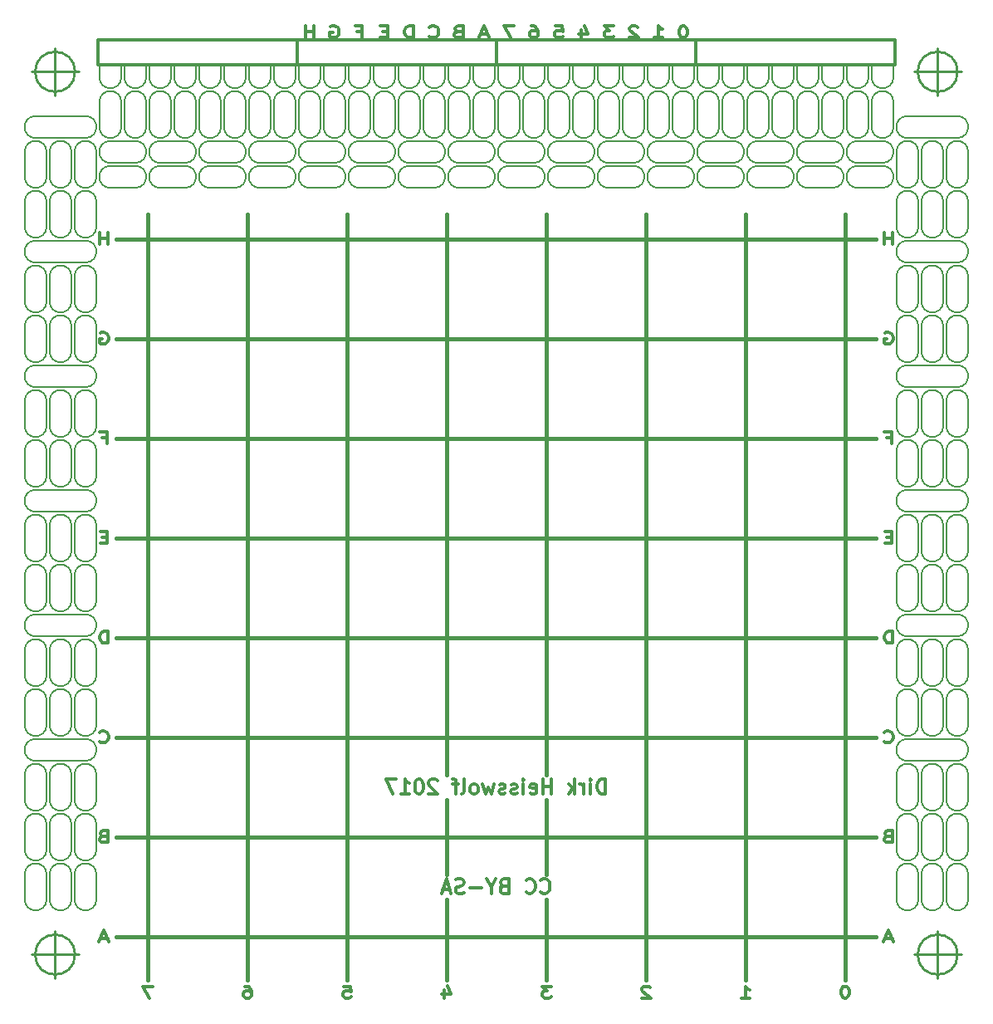
<source format=gbo>
G04 #@! TF.FileFunction,Legend,Bot*
%FSLAX46Y46*%
G04 Gerber Fmt 4.6, Leading zero omitted, Abs format (unit mm)*
G04 Created by KiCad (PCBNEW 4.0.5) date 12/15/17 13:53:40*
%MOMM*%
%LPD*%
G01*
G04 APERTURE LIST*
%ADD10C,0.150000*%
%ADD11C,0.400000*%
%ADD12C,0.300000*%
%ADD13C,0.254000*%
%ADD14C,0.304800*%
%ADD15C,0.200000*%
G04 APERTURE END LIST*
D10*
D11*
X110080000Y-114520000D02*
X110080000Y-171670000D01*
X99920000Y-171670000D02*
X99920000Y-114520000D01*
X110080000Y-181830000D02*
X110080000Y-174210000D01*
X99920000Y-181830000D02*
X99920000Y-174210000D01*
X110080000Y-192625000D02*
X110080000Y-184370000D01*
X99920000Y-192625000D02*
X99920000Y-184370000D01*
D12*
X109535713Y-183635714D02*
X109607142Y-183707143D01*
X109821428Y-183778571D01*
X109964285Y-183778571D01*
X110178570Y-183707143D01*
X110321428Y-183564286D01*
X110392856Y-183421429D01*
X110464285Y-183135714D01*
X110464285Y-182921429D01*
X110392856Y-182635714D01*
X110321428Y-182492857D01*
X110178570Y-182350000D01*
X109964285Y-182278571D01*
X109821428Y-182278571D01*
X109607142Y-182350000D01*
X109535713Y-182421429D01*
X108035713Y-183635714D02*
X108107142Y-183707143D01*
X108321428Y-183778571D01*
X108464285Y-183778571D01*
X108678570Y-183707143D01*
X108821428Y-183564286D01*
X108892856Y-183421429D01*
X108964285Y-183135714D01*
X108964285Y-182921429D01*
X108892856Y-182635714D01*
X108821428Y-182492857D01*
X108678570Y-182350000D01*
X108464285Y-182278571D01*
X108321428Y-182278571D01*
X108107142Y-182350000D01*
X108035713Y-182421429D01*
X105749999Y-182992857D02*
X105535713Y-183064286D01*
X105464285Y-183135714D01*
X105392856Y-183278571D01*
X105392856Y-183492857D01*
X105464285Y-183635714D01*
X105535713Y-183707143D01*
X105678571Y-183778571D01*
X106249999Y-183778571D01*
X106249999Y-182278571D01*
X105749999Y-182278571D01*
X105607142Y-182350000D01*
X105535713Y-182421429D01*
X105464285Y-182564286D01*
X105464285Y-182707143D01*
X105535713Y-182850000D01*
X105607142Y-182921429D01*
X105749999Y-182992857D01*
X106249999Y-182992857D01*
X104464285Y-183064286D02*
X104464285Y-183778571D01*
X104964285Y-182278571D02*
X104464285Y-183064286D01*
X103964285Y-182278571D01*
X103464285Y-183207143D02*
X102321428Y-183207143D01*
X101678571Y-183707143D02*
X101464285Y-183778571D01*
X101107142Y-183778571D01*
X100964285Y-183707143D01*
X100892856Y-183635714D01*
X100821428Y-183492857D01*
X100821428Y-183350000D01*
X100892856Y-183207143D01*
X100964285Y-183135714D01*
X101107142Y-183064286D01*
X101392856Y-182992857D01*
X101535714Y-182921429D01*
X101607142Y-182850000D01*
X101678571Y-182707143D01*
X101678571Y-182564286D01*
X101607142Y-182421429D01*
X101535714Y-182350000D01*
X101392856Y-182278571D01*
X101035714Y-182278571D01*
X100821428Y-182350000D01*
X100250000Y-183350000D02*
X99535714Y-183350000D01*
X100392857Y-183778571D02*
X99892857Y-182278571D01*
X99392857Y-183778571D01*
X116107142Y-173618571D02*
X116107142Y-172118571D01*
X115749999Y-172118571D01*
X115535714Y-172190000D01*
X115392856Y-172332857D01*
X115321428Y-172475714D01*
X115249999Y-172761429D01*
X115249999Y-172975714D01*
X115321428Y-173261429D01*
X115392856Y-173404286D01*
X115535714Y-173547143D01*
X115749999Y-173618571D01*
X116107142Y-173618571D01*
X114607142Y-173618571D02*
X114607142Y-172618571D01*
X114607142Y-172118571D02*
X114678571Y-172190000D01*
X114607142Y-172261429D01*
X114535714Y-172190000D01*
X114607142Y-172118571D01*
X114607142Y-172261429D01*
X113892856Y-173618571D02*
X113892856Y-172618571D01*
X113892856Y-172904286D02*
X113821428Y-172761429D01*
X113749999Y-172690000D01*
X113607142Y-172618571D01*
X113464285Y-172618571D01*
X112964285Y-173618571D02*
X112964285Y-172118571D01*
X112821428Y-173047143D02*
X112392857Y-173618571D01*
X112392857Y-172618571D02*
X112964285Y-173190000D01*
X110607142Y-173618571D02*
X110607142Y-172118571D01*
X110607142Y-172832857D02*
X109749999Y-172832857D01*
X109749999Y-173618571D02*
X109749999Y-172118571D01*
X108464285Y-173547143D02*
X108607142Y-173618571D01*
X108892856Y-173618571D01*
X109035713Y-173547143D01*
X109107142Y-173404286D01*
X109107142Y-172832857D01*
X109035713Y-172690000D01*
X108892856Y-172618571D01*
X108607142Y-172618571D01*
X108464285Y-172690000D01*
X108392856Y-172832857D01*
X108392856Y-172975714D01*
X109107142Y-173118571D01*
X107749999Y-173618571D02*
X107749999Y-172618571D01*
X107749999Y-172118571D02*
X107821428Y-172190000D01*
X107749999Y-172261429D01*
X107678571Y-172190000D01*
X107749999Y-172118571D01*
X107749999Y-172261429D01*
X107107142Y-173547143D02*
X106964285Y-173618571D01*
X106678570Y-173618571D01*
X106535713Y-173547143D01*
X106464285Y-173404286D01*
X106464285Y-173332857D01*
X106535713Y-173190000D01*
X106678570Y-173118571D01*
X106892856Y-173118571D01*
X107035713Y-173047143D01*
X107107142Y-172904286D01*
X107107142Y-172832857D01*
X107035713Y-172690000D01*
X106892856Y-172618571D01*
X106678570Y-172618571D01*
X106535713Y-172690000D01*
X105892856Y-173547143D02*
X105749999Y-173618571D01*
X105464284Y-173618571D01*
X105321427Y-173547143D01*
X105249999Y-173404286D01*
X105249999Y-173332857D01*
X105321427Y-173190000D01*
X105464284Y-173118571D01*
X105678570Y-173118571D01*
X105821427Y-173047143D01*
X105892856Y-172904286D01*
X105892856Y-172832857D01*
X105821427Y-172690000D01*
X105678570Y-172618571D01*
X105464284Y-172618571D01*
X105321427Y-172690000D01*
X104749998Y-172618571D02*
X104464284Y-173618571D01*
X104178570Y-172904286D01*
X103892855Y-173618571D01*
X103607141Y-172618571D01*
X102821426Y-173618571D02*
X102964284Y-173547143D01*
X103035712Y-173475714D01*
X103107141Y-173332857D01*
X103107141Y-172904286D01*
X103035712Y-172761429D01*
X102964284Y-172690000D01*
X102821426Y-172618571D01*
X102607141Y-172618571D01*
X102464284Y-172690000D01*
X102392855Y-172761429D01*
X102321426Y-172904286D01*
X102321426Y-173332857D01*
X102392855Y-173475714D01*
X102464284Y-173547143D01*
X102607141Y-173618571D01*
X102821426Y-173618571D01*
X101464283Y-173618571D02*
X101607141Y-173547143D01*
X101678569Y-173404286D01*
X101678569Y-172118571D01*
X101107141Y-172618571D02*
X100535712Y-172618571D01*
X100892855Y-173618571D02*
X100892855Y-172332857D01*
X100821427Y-172190000D01*
X100678569Y-172118571D01*
X100535712Y-172118571D01*
X98964284Y-172261429D02*
X98892855Y-172190000D01*
X98749998Y-172118571D01*
X98392855Y-172118571D01*
X98249998Y-172190000D01*
X98178569Y-172261429D01*
X98107141Y-172404286D01*
X98107141Y-172547143D01*
X98178569Y-172761429D01*
X99035712Y-173618571D01*
X98107141Y-173618571D01*
X97178570Y-172118571D02*
X97035713Y-172118571D01*
X96892856Y-172190000D01*
X96821427Y-172261429D01*
X96749998Y-172404286D01*
X96678570Y-172690000D01*
X96678570Y-173047143D01*
X96749998Y-173332857D01*
X96821427Y-173475714D01*
X96892856Y-173547143D01*
X97035713Y-173618571D01*
X97178570Y-173618571D01*
X97321427Y-173547143D01*
X97392856Y-173475714D01*
X97464284Y-173332857D01*
X97535713Y-173047143D01*
X97535713Y-172690000D01*
X97464284Y-172404286D01*
X97392856Y-172261429D01*
X97321427Y-172190000D01*
X97178570Y-172118571D01*
X95249999Y-173618571D02*
X96107142Y-173618571D01*
X95678570Y-173618571D02*
X95678570Y-172118571D01*
X95821427Y-172332857D01*
X95964285Y-172475714D01*
X96107142Y-172547143D01*
X94749999Y-172118571D02*
X93749999Y-172118571D01*
X94392856Y-173618571D01*
D11*
X66265000Y-117060000D02*
X143735000Y-117060000D01*
X66265000Y-127220000D02*
X143735000Y-127220000D01*
X66265000Y-137380000D02*
X143735000Y-137380000D01*
X66265000Y-147540000D02*
X143735000Y-147540000D01*
X66265000Y-157700000D02*
X143735000Y-157700000D01*
X66265000Y-167860000D02*
X143735000Y-167860000D01*
X66265000Y-178020000D02*
X143735000Y-178020000D01*
X66265000Y-188180000D02*
X143735000Y-188180000D01*
D12*
X145362143Y-188380000D02*
X144647857Y-188380000D01*
X145505000Y-188722857D02*
X145005000Y-187522857D01*
X144505000Y-188722857D01*
X144897857Y-177934286D02*
X144683571Y-177991429D01*
X144612143Y-178048571D01*
X144540714Y-178162857D01*
X144540714Y-178334286D01*
X144612143Y-178448571D01*
X144683571Y-178505714D01*
X144826429Y-178562857D01*
X145397857Y-178562857D01*
X145397857Y-177362857D01*
X144897857Y-177362857D01*
X144755000Y-177420000D01*
X144683571Y-177477143D01*
X144612143Y-177591429D01*
X144612143Y-177705714D01*
X144683571Y-177820000D01*
X144755000Y-177877143D01*
X144897857Y-177934286D01*
X145397857Y-177934286D01*
X144540714Y-168288571D02*
X144612143Y-168345714D01*
X144826429Y-168402857D01*
X144969286Y-168402857D01*
X145183571Y-168345714D01*
X145326429Y-168231429D01*
X145397857Y-168117143D01*
X145469286Y-167888571D01*
X145469286Y-167717143D01*
X145397857Y-167488571D01*
X145326429Y-167374286D01*
X145183571Y-167260000D01*
X144969286Y-167202857D01*
X144826429Y-167202857D01*
X144612143Y-167260000D01*
X144540714Y-167317143D01*
X145397857Y-158242857D02*
X145397857Y-157042857D01*
X145040714Y-157042857D01*
X144826429Y-157100000D01*
X144683571Y-157214286D01*
X144612143Y-157328571D01*
X144540714Y-157557143D01*
X144540714Y-157728571D01*
X144612143Y-157957143D01*
X144683571Y-158071429D01*
X144826429Y-158185714D01*
X145040714Y-158242857D01*
X145397857Y-158242857D01*
X145326428Y-147454286D02*
X144826428Y-147454286D01*
X144612142Y-148082857D02*
X145326428Y-148082857D01*
X145326428Y-146882857D01*
X144612142Y-146882857D01*
X144790714Y-137294286D02*
X145290714Y-137294286D01*
X145290714Y-137922857D02*
X145290714Y-136722857D01*
X144576428Y-136722857D01*
X144612143Y-126620000D02*
X144755000Y-126562857D01*
X144969286Y-126562857D01*
X145183571Y-126620000D01*
X145326429Y-126734286D01*
X145397857Y-126848571D01*
X145469286Y-127077143D01*
X145469286Y-127248571D01*
X145397857Y-127477143D01*
X145326429Y-127591429D01*
X145183571Y-127705714D01*
X144969286Y-127762857D01*
X144826429Y-127762857D01*
X144612143Y-127705714D01*
X144540714Y-127648571D01*
X144540714Y-127248571D01*
X144826429Y-127248571D01*
X145433571Y-117602857D02*
X145433571Y-116402857D01*
X145433571Y-116974286D02*
X144576428Y-116974286D01*
X144576428Y-117602857D02*
X144576428Y-116402857D01*
D11*
X130400000Y-114520000D02*
X130400000Y-192625000D01*
X120240000Y-114520000D02*
X120240000Y-192625000D01*
X89760000Y-114520000D02*
X89760000Y-192625000D01*
X79600000Y-114520000D02*
X79600000Y-192625000D01*
X69440000Y-114520000D02*
X69440000Y-192625000D01*
X140560000Y-114520000D02*
X140560000Y-192625000D01*
D12*
X140631428Y-193237857D02*
X140488571Y-193237857D01*
X140345714Y-193295000D01*
X140274285Y-193352143D01*
X140202856Y-193466429D01*
X140131428Y-193695000D01*
X140131428Y-193980714D01*
X140202856Y-194209286D01*
X140274285Y-194323571D01*
X140345714Y-194380714D01*
X140488571Y-194437857D01*
X140631428Y-194437857D01*
X140774285Y-194380714D01*
X140845714Y-194323571D01*
X140917142Y-194209286D01*
X140988571Y-193980714D01*
X140988571Y-193695000D01*
X140917142Y-193466429D01*
X140845714Y-193352143D01*
X140774285Y-193295000D01*
X140631428Y-193237857D01*
X129971428Y-194437857D02*
X130828571Y-194437857D01*
X130399999Y-194437857D02*
X130399999Y-193237857D01*
X130542856Y-193409286D01*
X130685714Y-193523571D01*
X130828571Y-193580714D01*
X120668571Y-193352143D02*
X120597142Y-193295000D01*
X120454285Y-193237857D01*
X120097142Y-193237857D01*
X119954285Y-193295000D01*
X119882856Y-193352143D01*
X119811428Y-193466429D01*
X119811428Y-193580714D01*
X119882856Y-193752143D01*
X120739999Y-194437857D01*
X119811428Y-194437857D01*
X110579999Y-193237857D02*
X109651428Y-193237857D01*
X110151428Y-193695000D01*
X109937142Y-193695000D01*
X109794285Y-193752143D01*
X109722856Y-193809286D01*
X109651428Y-193923571D01*
X109651428Y-194209286D01*
X109722856Y-194323571D01*
X109794285Y-194380714D01*
X109937142Y-194437857D01*
X110365714Y-194437857D01*
X110508571Y-194380714D01*
X110579999Y-194323571D01*
X99634285Y-193637857D02*
X99634285Y-194437857D01*
X99991428Y-193180714D02*
X100348571Y-194037857D01*
X99419999Y-194037857D01*
X89402856Y-193237857D02*
X90117142Y-193237857D01*
X90188571Y-193809286D01*
X90117142Y-193752143D01*
X89974285Y-193695000D01*
X89617142Y-193695000D01*
X89474285Y-193752143D01*
X89402856Y-193809286D01*
X89331428Y-193923571D01*
X89331428Y-194209286D01*
X89402856Y-194323571D01*
X89474285Y-194380714D01*
X89617142Y-194437857D01*
X89974285Y-194437857D01*
X90117142Y-194380714D01*
X90188571Y-194323571D01*
X79314285Y-193237857D02*
X79599999Y-193237857D01*
X79742856Y-193295000D01*
X79814285Y-193352143D01*
X79957142Y-193523571D01*
X80028571Y-193752143D01*
X80028571Y-194209286D01*
X79957142Y-194323571D01*
X79885714Y-194380714D01*
X79742856Y-194437857D01*
X79457142Y-194437857D01*
X79314285Y-194380714D01*
X79242856Y-194323571D01*
X79171428Y-194209286D01*
X79171428Y-193923571D01*
X79242856Y-193809286D01*
X79314285Y-193752143D01*
X79457142Y-193695000D01*
X79742856Y-193695000D01*
X79885714Y-193752143D01*
X79957142Y-193809286D01*
X80028571Y-193923571D01*
X69939999Y-193237857D02*
X68939999Y-193237857D01*
X69582856Y-194437857D01*
X65423571Y-117602857D02*
X65423571Y-116402857D01*
X65423571Y-116974286D02*
X64566428Y-116974286D01*
X64566428Y-117602857D02*
X64566428Y-116402857D01*
X64602143Y-126620000D02*
X64745000Y-126562857D01*
X64959286Y-126562857D01*
X65173571Y-126620000D01*
X65316429Y-126734286D01*
X65387857Y-126848571D01*
X65459286Y-127077143D01*
X65459286Y-127248571D01*
X65387857Y-127477143D01*
X65316429Y-127591429D01*
X65173571Y-127705714D01*
X64959286Y-127762857D01*
X64816429Y-127762857D01*
X64602143Y-127705714D01*
X64530714Y-127648571D01*
X64530714Y-127248571D01*
X64816429Y-127248571D01*
X64780714Y-137294286D02*
X65280714Y-137294286D01*
X65280714Y-137922857D02*
X65280714Y-136722857D01*
X64566428Y-136722857D01*
X65316428Y-147454286D02*
X64816428Y-147454286D01*
X64602142Y-148082857D02*
X65316428Y-148082857D01*
X65316428Y-146882857D01*
X64602142Y-146882857D01*
X65387857Y-158242857D02*
X65387857Y-157042857D01*
X65030714Y-157042857D01*
X64816429Y-157100000D01*
X64673571Y-157214286D01*
X64602143Y-157328571D01*
X64530714Y-157557143D01*
X64530714Y-157728571D01*
X64602143Y-157957143D01*
X64673571Y-158071429D01*
X64816429Y-158185714D01*
X65030714Y-158242857D01*
X65387857Y-158242857D01*
X64530714Y-168288571D02*
X64602143Y-168345714D01*
X64816429Y-168402857D01*
X64959286Y-168402857D01*
X65173571Y-168345714D01*
X65316429Y-168231429D01*
X65387857Y-168117143D01*
X65459286Y-167888571D01*
X65459286Y-167717143D01*
X65387857Y-167488571D01*
X65316429Y-167374286D01*
X65173571Y-167260000D01*
X64959286Y-167202857D01*
X64816429Y-167202857D01*
X64602143Y-167260000D01*
X64530714Y-167317143D01*
X64887857Y-177934286D02*
X64673571Y-177991429D01*
X64602143Y-178048571D01*
X64530714Y-178162857D01*
X64530714Y-178334286D01*
X64602143Y-178448571D01*
X64673571Y-178505714D01*
X64816429Y-178562857D01*
X65387857Y-178562857D01*
X65387857Y-177362857D01*
X64887857Y-177362857D01*
X64745000Y-177420000D01*
X64673571Y-177477143D01*
X64602143Y-177591429D01*
X64602143Y-177705714D01*
X64673571Y-177820000D01*
X64745000Y-177877143D01*
X64887857Y-177934286D01*
X65387857Y-177934286D01*
X65352143Y-188380000D02*
X64637857Y-188380000D01*
X65495000Y-188722857D02*
X64995000Y-187522857D01*
X64495000Y-188722857D01*
X104087143Y-96178000D02*
X103372857Y-96178000D01*
X104230000Y-96520857D02*
X103730000Y-95320857D01*
X103230000Y-96520857D01*
X101082857Y-95892286D02*
X100868571Y-95949429D01*
X100797143Y-96006571D01*
X100725714Y-96120857D01*
X100725714Y-96292286D01*
X100797143Y-96406571D01*
X100868571Y-96463714D01*
X101011429Y-96520857D01*
X101582857Y-96520857D01*
X101582857Y-95320857D01*
X101082857Y-95320857D01*
X100940000Y-95378000D01*
X100868571Y-95435143D01*
X100797143Y-95549429D01*
X100797143Y-95663714D01*
X100868571Y-95778000D01*
X100940000Y-95835143D01*
X101082857Y-95892286D01*
X101582857Y-95892286D01*
X98185714Y-96406571D02*
X98257143Y-96463714D01*
X98471429Y-96520857D01*
X98614286Y-96520857D01*
X98828571Y-96463714D01*
X98971429Y-96349429D01*
X99042857Y-96235143D01*
X99114286Y-96006571D01*
X99114286Y-95835143D01*
X99042857Y-95606571D01*
X98971429Y-95492286D01*
X98828571Y-95378000D01*
X98614286Y-95320857D01*
X98471429Y-95320857D01*
X98257143Y-95378000D01*
X98185714Y-95435143D01*
X96502857Y-96520857D02*
X96502857Y-95320857D01*
X96145714Y-95320857D01*
X95931429Y-95378000D01*
X95788571Y-95492286D01*
X95717143Y-95606571D01*
X95645714Y-95835143D01*
X95645714Y-96006571D01*
X95717143Y-96235143D01*
X95788571Y-96349429D01*
X95931429Y-96463714D01*
X96145714Y-96520857D01*
X96502857Y-96520857D01*
X93891428Y-95892286D02*
X93391428Y-95892286D01*
X93177142Y-96520857D02*
X93891428Y-96520857D01*
X93891428Y-95320857D01*
X93177142Y-95320857D01*
X90815714Y-95892286D02*
X91315714Y-95892286D01*
X91315714Y-96520857D02*
X91315714Y-95320857D01*
X90601428Y-95320857D01*
X88097143Y-95378000D02*
X88240000Y-95320857D01*
X88454286Y-95320857D01*
X88668571Y-95378000D01*
X88811429Y-95492286D01*
X88882857Y-95606571D01*
X88954286Y-95835143D01*
X88954286Y-96006571D01*
X88882857Y-96235143D01*
X88811429Y-96349429D01*
X88668571Y-96463714D01*
X88454286Y-96520857D01*
X88311429Y-96520857D01*
X88097143Y-96463714D01*
X88025714Y-96406571D01*
X88025714Y-96006571D01*
X88311429Y-96006571D01*
X86378571Y-96520857D02*
X86378571Y-95320857D01*
X86378571Y-95892286D02*
X85521428Y-95892286D01*
X85521428Y-96520857D02*
X85521428Y-95320857D01*
X106769999Y-95320857D02*
X105769999Y-95320857D01*
X106412856Y-96520857D01*
X108524285Y-95320857D02*
X108809999Y-95320857D01*
X108952856Y-95378000D01*
X109024285Y-95435143D01*
X109167142Y-95606571D01*
X109238571Y-95835143D01*
X109238571Y-96292286D01*
X109167142Y-96406571D01*
X109095714Y-96463714D01*
X108952856Y-96520857D01*
X108667142Y-96520857D01*
X108524285Y-96463714D01*
X108452856Y-96406571D01*
X108381428Y-96292286D01*
X108381428Y-96006571D01*
X108452856Y-95892286D01*
X108524285Y-95835143D01*
X108667142Y-95778000D01*
X108952856Y-95778000D01*
X109095714Y-95835143D01*
X109167142Y-95892286D01*
X109238571Y-96006571D01*
X110992856Y-95320857D02*
X111707142Y-95320857D01*
X111778571Y-95892286D01*
X111707142Y-95835143D01*
X111564285Y-95778000D01*
X111207142Y-95778000D01*
X111064285Y-95835143D01*
X110992856Y-95892286D01*
X110921428Y-96006571D01*
X110921428Y-96292286D01*
X110992856Y-96406571D01*
X111064285Y-96463714D01*
X111207142Y-96520857D01*
X111564285Y-96520857D01*
X111707142Y-96463714D01*
X111778571Y-96406571D01*
X113604285Y-95720857D02*
X113604285Y-96520857D01*
X113961428Y-95263714D02*
X114318571Y-96120857D01*
X113389999Y-96120857D01*
X116929999Y-95320857D02*
X116001428Y-95320857D01*
X116501428Y-95778000D01*
X116287142Y-95778000D01*
X116144285Y-95835143D01*
X116072856Y-95892286D01*
X116001428Y-96006571D01*
X116001428Y-96292286D01*
X116072856Y-96406571D01*
X116144285Y-96463714D01*
X116287142Y-96520857D01*
X116715714Y-96520857D01*
X116858571Y-96463714D01*
X116929999Y-96406571D01*
X119398571Y-95435143D02*
X119327142Y-95378000D01*
X119184285Y-95320857D01*
X118827142Y-95320857D01*
X118684285Y-95378000D01*
X118612856Y-95435143D01*
X118541428Y-95549429D01*
X118541428Y-95663714D01*
X118612856Y-95835143D01*
X119469999Y-96520857D01*
X118541428Y-96520857D01*
X121081428Y-96520857D02*
X121938571Y-96520857D01*
X121509999Y-96520857D02*
X121509999Y-95320857D01*
X121652856Y-95492286D01*
X121795714Y-95606571D01*
X121938571Y-95663714D01*
X124121428Y-95320857D02*
X123978571Y-95320857D01*
X123835714Y-95378000D01*
X123764285Y-95435143D01*
X123692856Y-95549429D01*
X123621428Y-95778000D01*
X123621428Y-96063714D01*
X123692856Y-96292286D01*
X123764285Y-96406571D01*
X123835714Y-96463714D01*
X123978571Y-96520857D01*
X124121428Y-96520857D01*
X124264285Y-96463714D01*
X124335714Y-96406571D01*
X124407142Y-96292286D01*
X124478571Y-96063714D01*
X124478571Y-95778000D01*
X124407142Y-95549429D01*
X124335714Y-95435143D01*
X124264285Y-95378000D01*
X124121428Y-95320857D01*
D13*
X62032000Y-100000000D02*
G75*
G03X62032000Y-100000000I-2032000J0D01*
G01*
X60000000Y-97587000D02*
X60000000Y-102413000D01*
X57587000Y-100000000D02*
X62413000Y-100000000D01*
X152032000Y-100000000D02*
G75*
G03X152032000Y-100000000I-2032000J0D01*
G01*
X150000000Y-97587000D02*
X150000000Y-102413000D01*
X147587000Y-100000000D02*
X152413000Y-100000000D01*
X152032000Y-190000000D02*
G75*
G03X152032000Y-190000000I-2032000J0D01*
G01*
X150000000Y-187587000D02*
X150000000Y-192413000D01*
X147587000Y-190000000D02*
X152413000Y-190000000D01*
X62032000Y-190000000D02*
G75*
G03X62032000Y-190000000I-2032000J0D01*
G01*
X60000000Y-187587000D02*
X60000000Y-192413000D01*
X57587000Y-190000000D02*
X62413000Y-190000000D01*
D14*
X84680000Y-99280000D02*
X84680000Y-96740000D01*
X105000000Y-99280000D02*
X84680000Y-99280000D01*
X105000000Y-96740000D02*
X105000000Y-99280000D01*
X84680000Y-96740000D02*
X105000000Y-96740000D01*
X105000000Y-99280000D02*
X105000000Y-96740000D01*
X125320000Y-99280000D02*
X105000000Y-99280000D01*
X125320000Y-96740000D02*
X125320000Y-99280000D01*
X105000000Y-96740000D02*
X125320000Y-96740000D01*
X64360000Y-99280000D02*
X64360000Y-96740000D01*
X84680000Y-99280000D02*
X64360000Y-99280000D01*
X84680000Y-96740000D02*
X84680000Y-99280000D01*
X64360000Y-96740000D02*
X84680000Y-96740000D01*
X125320000Y-99280000D02*
X125320000Y-96740000D01*
X145640000Y-99280000D02*
X125320000Y-99280000D01*
X145640000Y-96740000D02*
X145640000Y-99280000D01*
X125320000Y-96740000D02*
X145640000Y-96740000D01*
D15*
X59130000Y-176750000D02*
G75*
G03X56890000Y-176750000I-1120000J0D01*
G01*
X56890000Y-179290000D02*
G75*
G03X59130000Y-179290000I1120000J0D01*
G01*
X56890000Y-179290000D02*
X56890000Y-176750000D01*
X59130000Y-179290000D02*
X59130000Y-176750000D01*
X61670000Y-176750000D02*
G75*
G03X59430000Y-176750000I-1120000J0D01*
G01*
X59430000Y-179290000D02*
G75*
G03X61670000Y-179290000I1120000J0D01*
G01*
X59430000Y-179290000D02*
X59430000Y-176750000D01*
X61670000Y-179290000D02*
X61670000Y-176750000D01*
X64210000Y-176750000D02*
G75*
G03X61970000Y-176750000I-1120000J0D01*
G01*
X61970000Y-179290000D02*
G75*
G03X64210000Y-179290000I1120000J0D01*
G01*
X61970000Y-179290000D02*
X61970000Y-176750000D01*
X64210000Y-179290000D02*
X64210000Y-176750000D01*
X59130000Y-181830000D02*
G75*
G03X56890000Y-181830000I-1120000J0D01*
G01*
X56890000Y-184370000D02*
G75*
G03X59130000Y-184370000I1120000J0D01*
G01*
X56890000Y-184370000D02*
X56890000Y-181830000D01*
X59130000Y-184370000D02*
X59130000Y-181830000D01*
X64210000Y-181830000D02*
G75*
G03X61970000Y-181830000I-1120000J0D01*
G01*
X61970000Y-184370000D02*
G75*
G03X64210000Y-184370000I1120000J0D01*
G01*
X61970000Y-184370000D02*
X61970000Y-181830000D01*
X64210000Y-184370000D02*
X64210000Y-181830000D01*
X61670000Y-181830000D02*
G75*
G03X59430000Y-181830000I-1120000J0D01*
G01*
X59430000Y-184370000D02*
G75*
G03X61670000Y-184370000I1120000J0D01*
G01*
X59430000Y-184370000D02*
X59430000Y-181830000D01*
X61670000Y-184370000D02*
X61670000Y-181830000D01*
X59130000Y-171670000D02*
G75*
G03X56890000Y-171670000I-1120000J0D01*
G01*
X56890000Y-174210000D02*
G75*
G03X59130000Y-174210000I1120000J0D01*
G01*
X56890000Y-174210000D02*
X56890000Y-171670000D01*
X59130000Y-174210000D02*
X59130000Y-171670000D01*
X61670000Y-171670000D02*
G75*
G03X59430000Y-171670000I-1120000J0D01*
G01*
X59430000Y-174210000D02*
G75*
G03X61670000Y-174210000I1120000J0D01*
G01*
X59430000Y-174210000D02*
X59430000Y-171670000D01*
X61670000Y-174210000D02*
X61670000Y-171670000D01*
X64210000Y-171670000D02*
G75*
G03X61970000Y-171670000I-1120000J0D01*
G01*
X61970000Y-174210000D02*
G75*
G03X64210000Y-174210000I1120000J0D01*
G01*
X61970000Y-174210000D02*
X61970000Y-171670000D01*
X64210000Y-174210000D02*
X64210000Y-171670000D01*
X64210000Y-151350000D02*
G75*
G03X61970000Y-151350000I-1120000J0D01*
G01*
X61970000Y-153890000D02*
G75*
G03X64210000Y-153890000I1120000J0D01*
G01*
X61970000Y-153890000D02*
X61970000Y-151350000D01*
X64210000Y-153890000D02*
X64210000Y-151350000D01*
X61670000Y-151350000D02*
G75*
G03X59430000Y-151350000I-1120000J0D01*
G01*
X59430000Y-153890000D02*
G75*
G03X61670000Y-153890000I1120000J0D01*
G01*
X59430000Y-153890000D02*
X59430000Y-151350000D01*
X61670000Y-153890000D02*
X61670000Y-151350000D01*
X59130000Y-151350000D02*
G75*
G03X56890000Y-151350000I-1120000J0D01*
G01*
X56890000Y-153890000D02*
G75*
G03X59130000Y-153890000I1120000J0D01*
G01*
X56890000Y-153890000D02*
X56890000Y-151350000D01*
X59130000Y-153890000D02*
X59130000Y-151350000D01*
X59130000Y-146270000D02*
G75*
G03X56890000Y-146270000I-1120000J0D01*
G01*
X56890000Y-148810000D02*
G75*
G03X59130000Y-148810000I1120000J0D01*
G01*
X56890000Y-148810000D02*
X56890000Y-146270000D01*
X59130000Y-148810000D02*
X59130000Y-146270000D01*
X61670000Y-146270000D02*
G75*
G03X59430000Y-146270000I-1120000J0D01*
G01*
X59430000Y-148810000D02*
G75*
G03X61670000Y-148810000I1120000J0D01*
G01*
X59430000Y-148810000D02*
X59430000Y-146270000D01*
X61670000Y-148810000D02*
X61670000Y-146270000D01*
X64210000Y-146270000D02*
G75*
G03X61970000Y-146270000I-1120000J0D01*
G01*
X61970000Y-148810000D02*
G75*
G03X64210000Y-148810000I1120000J0D01*
G01*
X61970000Y-148810000D02*
X61970000Y-146270000D01*
X64210000Y-148810000D02*
X64210000Y-146270000D01*
X64210000Y-158970000D02*
G75*
G03X61970000Y-158970000I-1120000J0D01*
G01*
X61970000Y-161510000D02*
G75*
G03X64210000Y-161510000I1120000J0D01*
G01*
X61970000Y-161510000D02*
X61970000Y-158970000D01*
X64210000Y-161510000D02*
X64210000Y-158970000D01*
X61670000Y-158970000D02*
G75*
G03X59430000Y-158970000I-1120000J0D01*
G01*
X59430000Y-161510000D02*
G75*
G03X61670000Y-161510000I1120000J0D01*
G01*
X59430000Y-161510000D02*
X59430000Y-158970000D01*
X61670000Y-161510000D02*
X61670000Y-158970000D01*
X59130000Y-158970000D02*
G75*
G03X56890000Y-158970000I-1120000J0D01*
G01*
X56890000Y-161510000D02*
G75*
G03X59130000Y-161510000I1120000J0D01*
G01*
X56890000Y-161510000D02*
X56890000Y-158970000D01*
X59130000Y-161510000D02*
X59130000Y-158970000D01*
X59130000Y-164050000D02*
G75*
G03X56890000Y-164050000I-1120000J0D01*
G01*
X56890000Y-166590000D02*
G75*
G03X59130000Y-166590000I1120000J0D01*
G01*
X56890000Y-166590000D02*
X56890000Y-164050000D01*
X59130000Y-166590000D02*
X59130000Y-164050000D01*
X61670000Y-164050000D02*
G75*
G03X59430000Y-164050000I-1120000J0D01*
G01*
X59430000Y-166590000D02*
G75*
G03X61670000Y-166590000I1120000J0D01*
G01*
X59430000Y-166590000D02*
X59430000Y-164050000D01*
X61670000Y-166590000D02*
X61670000Y-164050000D01*
X64210000Y-164050000D02*
G75*
G03X61970000Y-164050000I-1120000J0D01*
G01*
X61970000Y-166590000D02*
G75*
G03X64210000Y-166590000I1120000J0D01*
G01*
X61970000Y-166590000D02*
X61970000Y-164050000D01*
X64210000Y-166590000D02*
X64210000Y-164050000D01*
X64210000Y-120870000D02*
G75*
G03X61970000Y-120870000I-1120000J0D01*
G01*
X61970000Y-123410000D02*
G75*
G03X64210000Y-123410000I1120000J0D01*
G01*
X61970000Y-123410000D02*
X61970000Y-120870000D01*
X64210000Y-123410000D02*
X64210000Y-120870000D01*
X61670000Y-120870000D02*
G75*
G03X59430000Y-120870000I-1120000J0D01*
G01*
X59430000Y-123410000D02*
G75*
G03X61670000Y-123410000I1120000J0D01*
G01*
X59430000Y-123410000D02*
X59430000Y-120870000D01*
X61670000Y-123410000D02*
X61670000Y-120870000D01*
X59130000Y-120870000D02*
G75*
G03X56890000Y-120870000I-1120000J0D01*
G01*
X56890000Y-123410000D02*
G75*
G03X59130000Y-123410000I1120000J0D01*
G01*
X56890000Y-123410000D02*
X56890000Y-120870000D01*
X59130000Y-123410000D02*
X59130000Y-120870000D01*
X66750000Y-103090000D02*
G75*
G03X64510000Y-103090000I-1120000J0D01*
G01*
X64510000Y-105630000D02*
G75*
G03X66750000Y-105630000I1120000J0D01*
G01*
X64510000Y-105630000D02*
X64510000Y-103090000D01*
X66750000Y-105630000D02*
X66750000Y-103090000D01*
X64210000Y-108170000D02*
G75*
G03X61970000Y-108170000I-1120000J0D01*
G01*
X61970000Y-110710000D02*
G75*
G03X64210000Y-110710000I1120000J0D01*
G01*
X61970000Y-110710000D02*
X61970000Y-108170000D01*
X64210000Y-110710000D02*
X64210000Y-108170000D01*
X61670000Y-108170000D02*
G75*
G03X59430000Y-108170000I-1120000J0D01*
G01*
X59430000Y-110710000D02*
G75*
G03X61670000Y-110710000I1120000J0D01*
G01*
X59430000Y-110710000D02*
X59430000Y-108170000D01*
X61670000Y-110710000D02*
X61670000Y-108170000D01*
X59130000Y-108170000D02*
G75*
G03X56890000Y-108170000I-1120000J0D01*
G01*
X56890000Y-110710000D02*
G75*
G03X59130000Y-110710000I1120000J0D01*
G01*
X56890000Y-110710000D02*
X56890000Y-108170000D01*
X59130000Y-110710000D02*
X59130000Y-108170000D01*
X59130000Y-113250000D02*
G75*
G03X56890000Y-113250000I-1120000J0D01*
G01*
X56890000Y-115790000D02*
G75*
G03X59130000Y-115790000I1120000J0D01*
G01*
X56890000Y-115790000D02*
X56890000Y-113250000D01*
X59130000Y-115790000D02*
X59130000Y-113250000D01*
X61670000Y-113250000D02*
G75*
G03X59430000Y-113250000I-1120000J0D01*
G01*
X59430000Y-115790000D02*
G75*
G03X61670000Y-115790000I1120000J0D01*
G01*
X59430000Y-115790000D02*
X59430000Y-113250000D01*
X61670000Y-115790000D02*
X61670000Y-113250000D01*
X64210000Y-113250000D02*
G75*
G03X61970000Y-113250000I-1120000J0D01*
G01*
X61970000Y-115790000D02*
G75*
G03X64210000Y-115790000I1120000J0D01*
G01*
X61970000Y-115790000D02*
X61970000Y-113250000D01*
X64210000Y-115790000D02*
X64210000Y-113250000D01*
X64210000Y-133570000D02*
G75*
G03X61970000Y-133570000I-1120000J0D01*
G01*
X61970000Y-136110000D02*
G75*
G03X64210000Y-136110000I1120000J0D01*
G01*
X61970000Y-136110000D02*
X61970000Y-133570000D01*
X64210000Y-136110000D02*
X64210000Y-133570000D01*
X61670000Y-133570000D02*
G75*
G03X59430000Y-133570000I-1120000J0D01*
G01*
X59430000Y-136110000D02*
G75*
G03X61670000Y-136110000I1120000J0D01*
G01*
X59430000Y-136110000D02*
X59430000Y-133570000D01*
X61670000Y-136110000D02*
X61670000Y-133570000D01*
X59130000Y-133570000D02*
G75*
G03X56890000Y-133570000I-1120000J0D01*
G01*
X56890000Y-136110000D02*
G75*
G03X59130000Y-136110000I1120000J0D01*
G01*
X56890000Y-136110000D02*
X56890000Y-133570000D01*
X59130000Y-136110000D02*
X59130000Y-133570000D01*
X59130000Y-125950000D02*
G75*
G03X56890000Y-125950000I-1120000J0D01*
G01*
X56890000Y-128490000D02*
G75*
G03X59130000Y-128490000I1120000J0D01*
G01*
X56890000Y-128490000D02*
X56890000Y-125950000D01*
X59130000Y-128490000D02*
X59130000Y-125950000D01*
X61670000Y-125950000D02*
G75*
G03X59430000Y-125950000I-1120000J0D01*
G01*
X59430000Y-128490000D02*
G75*
G03X61670000Y-128490000I1120000J0D01*
G01*
X59430000Y-128490000D02*
X59430000Y-125950000D01*
X61670000Y-128490000D02*
X61670000Y-125950000D01*
X64210000Y-125950000D02*
G75*
G03X61970000Y-125950000I-1120000J0D01*
G01*
X61970000Y-128490000D02*
G75*
G03X64210000Y-128490000I1120000J0D01*
G01*
X61970000Y-128490000D02*
X61970000Y-125950000D01*
X64210000Y-128490000D02*
X64210000Y-125950000D01*
X64210000Y-138650000D02*
G75*
G03X61970000Y-138650000I-1120000J0D01*
G01*
X61970000Y-141190000D02*
G75*
G03X64210000Y-141190000I1120000J0D01*
G01*
X61970000Y-141190000D02*
X61970000Y-138650000D01*
X64210000Y-141190000D02*
X64210000Y-138650000D01*
X61670000Y-138650000D02*
G75*
G03X59430000Y-138650000I-1120000J0D01*
G01*
X59430000Y-141190000D02*
G75*
G03X61670000Y-141190000I1120000J0D01*
G01*
X59430000Y-141190000D02*
X59430000Y-138650000D01*
X61670000Y-141190000D02*
X61670000Y-138650000D01*
X59130000Y-138650000D02*
G75*
G03X56890000Y-138650000I-1120000J0D01*
G01*
X56890000Y-141190000D02*
G75*
G03X59130000Y-141190000I1120000J0D01*
G01*
X56890000Y-141190000D02*
X56890000Y-138650000D01*
X59130000Y-141190000D02*
X59130000Y-138650000D01*
X153110000Y-146270000D02*
G75*
G03X150870000Y-146270000I-1120000J0D01*
G01*
X150870000Y-148810000D02*
G75*
G03X153110000Y-148810000I1120000J0D01*
G01*
X150870000Y-148810000D02*
X150870000Y-146270000D01*
X153110000Y-148810000D02*
X153110000Y-146270000D01*
X150570000Y-146270000D02*
G75*
G03X148330000Y-146270000I-1120000J0D01*
G01*
X148330000Y-148810000D02*
G75*
G03X150570000Y-148810000I1120000J0D01*
G01*
X148330000Y-148810000D02*
X148330000Y-146270000D01*
X150570000Y-148810000D02*
X150570000Y-146270000D01*
X148030000Y-146270000D02*
G75*
G03X145790000Y-146270000I-1120000J0D01*
G01*
X145790000Y-148810000D02*
G75*
G03X148030000Y-148810000I1120000J0D01*
G01*
X145790000Y-148810000D02*
X145790000Y-146270000D01*
X148030000Y-148810000D02*
X148030000Y-146270000D01*
X148030000Y-138650000D02*
G75*
G03X145790000Y-138650000I-1120000J0D01*
G01*
X145790000Y-141190000D02*
G75*
G03X148030000Y-141190000I1120000J0D01*
G01*
X145790000Y-141190000D02*
X145790000Y-138650000D01*
X148030000Y-141190000D02*
X148030000Y-138650000D01*
X150570000Y-138650000D02*
G75*
G03X148330000Y-138650000I-1120000J0D01*
G01*
X148330000Y-141190000D02*
G75*
G03X150570000Y-141190000I1120000J0D01*
G01*
X148330000Y-141190000D02*
X148330000Y-138650000D01*
X150570000Y-141190000D02*
X150570000Y-138650000D01*
X153110000Y-138650000D02*
G75*
G03X150870000Y-138650000I-1120000J0D01*
G01*
X150870000Y-141190000D02*
G75*
G03X153110000Y-141190000I1120000J0D01*
G01*
X150870000Y-141190000D02*
X150870000Y-138650000D01*
X153110000Y-141190000D02*
X153110000Y-138650000D01*
X148030000Y-133570000D02*
G75*
G03X145790000Y-133570000I-1120000J0D01*
G01*
X145790000Y-136110000D02*
G75*
G03X148030000Y-136110000I1120000J0D01*
G01*
X145790000Y-136110000D02*
X145790000Y-133570000D01*
X148030000Y-136110000D02*
X148030000Y-133570000D01*
X150570000Y-133570000D02*
G75*
G03X148330000Y-133570000I-1120000J0D01*
G01*
X148330000Y-136110000D02*
G75*
G03X150570000Y-136110000I1120000J0D01*
G01*
X148330000Y-136110000D02*
X148330000Y-133570000D01*
X150570000Y-136110000D02*
X150570000Y-133570000D01*
X153110000Y-133570000D02*
G75*
G03X150870000Y-133570000I-1120000J0D01*
G01*
X150870000Y-136110000D02*
G75*
G03X153110000Y-136110000I1120000J0D01*
G01*
X150870000Y-136110000D02*
X150870000Y-133570000D01*
X153110000Y-136110000D02*
X153110000Y-133570000D01*
X153110000Y-113250000D02*
G75*
G03X150870000Y-113250000I-1120000J0D01*
G01*
X150870000Y-115790000D02*
G75*
G03X153110000Y-115790000I1120000J0D01*
G01*
X150870000Y-115790000D02*
X150870000Y-113250000D01*
X153110000Y-115790000D02*
X153110000Y-113250000D01*
X150570000Y-113250000D02*
G75*
G03X148330000Y-113250000I-1120000J0D01*
G01*
X148330000Y-115790000D02*
G75*
G03X150570000Y-115790000I1120000J0D01*
G01*
X148330000Y-115790000D02*
X148330000Y-113250000D01*
X150570000Y-115790000D02*
X150570000Y-113250000D01*
X148030000Y-113250000D02*
G75*
G03X145790000Y-113250000I-1120000J0D01*
G01*
X145790000Y-115790000D02*
G75*
G03X148030000Y-115790000I1120000J0D01*
G01*
X145790000Y-115790000D02*
X145790000Y-113250000D01*
X148030000Y-115790000D02*
X148030000Y-113250000D01*
X148030000Y-108170000D02*
G75*
G03X145790000Y-108170000I-1120000J0D01*
G01*
X145790000Y-110710000D02*
G75*
G03X148030000Y-110710000I1120000J0D01*
G01*
X145790000Y-110710000D02*
X145790000Y-108170000D01*
X148030000Y-110710000D02*
X148030000Y-108170000D01*
X150570000Y-108170000D02*
G75*
G03X148330000Y-108170000I-1120000J0D01*
G01*
X148330000Y-110710000D02*
G75*
G03X150570000Y-110710000I1120000J0D01*
G01*
X148330000Y-110710000D02*
X148330000Y-108170000D01*
X150570000Y-110710000D02*
X150570000Y-108170000D01*
X153110000Y-108170000D02*
G75*
G03X150870000Y-108170000I-1120000J0D01*
G01*
X150870000Y-110710000D02*
G75*
G03X153110000Y-110710000I1120000J0D01*
G01*
X150870000Y-110710000D02*
X150870000Y-108170000D01*
X153110000Y-110710000D02*
X153110000Y-108170000D01*
X153110000Y-120870000D02*
G75*
G03X150870000Y-120870000I-1120000J0D01*
G01*
X150870000Y-123410000D02*
G75*
G03X153110000Y-123410000I1120000J0D01*
G01*
X150870000Y-123410000D02*
X150870000Y-120870000D01*
X153110000Y-123410000D02*
X153110000Y-120870000D01*
X150570000Y-120870000D02*
G75*
G03X148330000Y-120870000I-1120000J0D01*
G01*
X148330000Y-123410000D02*
G75*
G03X150570000Y-123410000I1120000J0D01*
G01*
X148330000Y-123410000D02*
X148330000Y-120870000D01*
X150570000Y-123410000D02*
X150570000Y-120870000D01*
X148030000Y-120870000D02*
G75*
G03X145790000Y-120870000I-1120000J0D01*
G01*
X145790000Y-123410000D02*
G75*
G03X148030000Y-123410000I1120000J0D01*
G01*
X145790000Y-123410000D02*
X145790000Y-120870000D01*
X148030000Y-123410000D02*
X148030000Y-120870000D01*
X148030000Y-125950000D02*
G75*
G03X145790000Y-125950000I-1120000J0D01*
G01*
X145790000Y-128490000D02*
G75*
G03X148030000Y-128490000I1120000J0D01*
G01*
X145790000Y-128490000D02*
X145790000Y-125950000D01*
X148030000Y-128490000D02*
X148030000Y-125950000D01*
X150570000Y-125950000D02*
G75*
G03X148330000Y-125950000I-1120000J0D01*
G01*
X148330000Y-128490000D02*
G75*
G03X150570000Y-128490000I1120000J0D01*
G01*
X148330000Y-128490000D02*
X148330000Y-125950000D01*
X150570000Y-128490000D02*
X150570000Y-125950000D01*
X153110000Y-125950000D02*
G75*
G03X150870000Y-125950000I-1120000J0D01*
G01*
X150870000Y-128490000D02*
G75*
G03X153110000Y-128490000I1120000J0D01*
G01*
X150870000Y-128490000D02*
X150870000Y-125950000D01*
X153110000Y-128490000D02*
X153110000Y-125950000D01*
X153110000Y-164050000D02*
G75*
G03X150870000Y-164050000I-1120000J0D01*
G01*
X150870000Y-166590000D02*
G75*
G03X153110000Y-166590000I1120000J0D01*
G01*
X150870000Y-166590000D02*
X150870000Y-164050000D01*
X153110000Y-166590000D02*
X153110000Y-164050000D01*
X150570000Y-164050000D02*
G75*
G03X148330000Y-164050000I-1120000J0D01*
G01*
X148330000Y-166590000D02*
G75*
G03X150570000Y-166590000I1120000J0D01*
G01*
X148330000Y-166590000D02*
X148330000Y-164050000D01*
X150570000Y-166590000D02*
X150570000Y-164050000D01*
X148030000Y-164050000D02*
G75*
G03X145790000Y-164050000I-1120000J0D01*
G01*
X145790000Y-166590000D02*
G75*
G03X148030000Y-166590000I1120000J0D01*
G01*
X145790000Y-166590000D02*
X145790000Y-164050000D01*
X148030000Y-166590000D02*
X148030000Y-164050000D01*
X148030000Y-158970000D02*
G75*
G03X145790000Y-158970000I-1120000J0D01*
G01*
X145790000Y-161510000D02*
G75*
G03X148030000Y-161510000I1120000J0D01*
G01*
X145790000Y-161510000D02*
X145790000Y-158970000D01*
X148030000Y-161510000D02*
X148030000Y-158970000D01*
X150570000Y-158970000D02*
G75*
G03X148330000Y-158970000I-1120000J0D01*
G01*
X148330000Y-161510000D02*
G75*
G03X150570000Y-161510000I1120000J0D01*
G01*
X148330000Y-161510000D02*
X148330000Y-158970000D01*
X150570000Y-161510000D02*
X150570000Y-158970000D01*
X153110000Y-158970000D02*
G75*
G03X150870000Y-158970000I-1120000J0D01*
G01*
X150870000Y-161510000D02*
G75*
G03X153110000Y-161510000I1120000J0D01*
G01*
X150870000Y-161510000D02*
X150870000Y-158970000D01*
X153110000Y-161510000D02*
X153110000Y-158970000D01*
X153110000Y-151350000D02*
G75*
G03X150870000Y-151350000I-1120000J0D01*
G01*
X150870000Y-153890000D02*
G75*
G03X153110000Y-153890000I1120000J0D01*
G01*
X150870000Y-153890000D02*
X150870000Y-151350000D01*
X153110000Y-153890000D02*
X153110000Y-151350000D01*
X150570000Y-151350000D02*
G75*
G03X148330000Y-151350000I-1120000J0D01*
G01*
X148330000Y-153890000D02*
G75*
G03X150570000Y-153890000I1120000J0D01*
G01*
X148330000Y-153890000D02*
X148330000Y-151350000D01*
X150570000Y-153890000D02*
X150570000Y-151350000D01*
X148030000Y-151350000D02*
G75*
G03X145790000Y-151350000I-1120000J0D01*
G01*
X145790000Y-153890000D02*
G75*
G03X148030000Y-153890000I1120000J0D01*
G01*
X145790000Y-153890000D02*
X145790000Y-151350000D01*
X148030000Y-153890000D02*
X148030000Y-151350000D01*
X153110000Y-176750000D02*
G75*
G03X150870000Y-176750000I-1120000J0D01*
G01*
X150870000Y-179290000D02*
G75*
G03X153110000Y-179290000I1120000J0D01*
G01*
X150870000Y-179290000D02*
X150870000Y-176750000D01*
X153110000Y-179290000D02*
X153110000Y-176750000D01*
X150570000Y-176750000D02*
G75*
G03X148330000Y-176750000I-1120000J0D01*
G01*
X148330000Y-179290000D02*
G75*
G03X150570000Y-179290000I1120000J0D01*
G01*
X148330000Y-179290000D02*
X148330000Y-176750000D01*
X150570000Y-179290000D02*
X150570000Y-176750000D01*
X148030000Y-176750000D02*
G75*
G03X145790000Y-176750000I-1120000J0D01*
G01*
X145790000Y-179290000D02*
G75*
G03X148030000Y-179290000I1120000J0D01*
G01*
X145790000Y-179290000D02*
X145790000Y-176750000D01*
X148030000Y-179290000D02*
X148030000Y-176750000D01*
X148030000Y-171670000D02*
G75*
G03X145790000Y-171670000I-1120000J0D01*
G01*
X145790000Y-174210000D02*
G75*
G03X148030000Y-174210000I1120000J0D01*
G01*
X145790000Y-174210000D02*
X145790000Y-171670000D01*
X148030000Y-174210000D02*
X148030000Y-171670000D01*
X150570000Y-171670000D02*
G75*
G03X148330000Y-171670000I-1120000J0D01*
G01*
X148330000Y-174210000D02*
G75*
G03X150570000Y-174210000I1120000J0D01*
G01*
X148330000Y-174210000D02*
X148330000Y-171670000D01*
X150570000Y-174210000D02*
X150570000Y-171670000D01*
X153110000Y-171670000D02*
G75*
G03X150870000Y-171670000I-1120000J0D01*
G01*
X150870000Y-174210000D02*
G75*
G03X153110000Y-174210000I1120000J0D01*
G01*
X150870000Y-174210000D02*
X150870000Y-171670000D01*
X153110000Y-174210000D02*
X153110000Y-171670000D01*
X153110000Y-181830000D02*
G75*
G03X150870000Y-181830000I-1120000J0D01*
G01*
X150870000Y-184370000D02*
G75*
G03X153110000Y-184370000I1120000J0D01*
G01*
X150870000Y-184370000D02*
X150870000Y-181830000D01*
X153110000Y-184370000D02*
X153110000Y-181830000D01*
X150570000Y-181830000D02*
G75*
G03X148330000Y-181830000I-1120000J0D01*
G01*
X148330000Y-184370000D02*
G75*
G03X150570000Y-184370000I1120000J0D01*
G01*
X148330000Y-184370000D02*
X148330000Y-181830000D01*
X150570000Y-184370000D02*
X150570000Y-181830000D01*
X148030000Y-181830000D02*
G75*
G03X145790000Y-181830000I-1120000J0D01*
G01*
X145790000Y-184370000D02*
G75*
G03X148030000Y-184370000I1120000J0D01*
G01*
X145790000Y-184370000D02*
X145790000Y-181830000D01*
X148030000Y-184370000D02*
X148030000Y-181830000D01*
X144370000Y-111830000D02*
X141830000Y-111830000D01*
X144370000Y-109590000D02*
X141830000Y-109590000D01*
X144370000Y-109590000D02*
G75*
G02X144370000Y-111830000I0J-1120000D01*
G01*
X141830000Y-111830000D02*
G75*
G02X141830000Y-109590000I0J1120000D01*
G01*
X68170000Y-109290000D02*
X65630000Y-109290000D01*
X68170000Y-107050000D02*
X65630000Y-107050000D01*
X68170000Y-107050000D02*
G75*
G02X68170000Y-109290000I0J-1120000D01*
G01*
X65630000Y-109290000D02*
G75*
G02X65630000Y-107050000I0J1120000D01*
G01*
X73250000Y-109290000D02*
X70710000Y-109290000D01*
X73250000Y-107050000D02*
X70710000Y-107050000D01*
X73250000Y-107050000D02*
G75*
G02X73250000Y-109290000I0J-1120000D01*
G01*
X70710000Y-109290000D02*
G75*
G02X70710000Y-107050000I0J1120000D01*
G01*
X83410000Y-111830000D02*
X80870000Y-111830000D01*
X83410000Y-109590000D02*
X80870000Y-109590000D01*
X83410000Y-109590000D02*
G75*
G02X83410000Y-111830000I0J-1120000D01*
G01*
X80870000Y-111830000D02*
G75*
G02X80870000Y-109590000I0J1120000D01*
G01*
X83410000Y-109290000D02*
X80870000Y-109290000D01*
X83410000Y-107050000D02*
X80870000Y-107050000D01*
X83410000Y-107050000D02*
G75*
G02X83410000Y-109290000I0J-1120000D01*
G01*
X80870000Y-109290000D02*
G75*
G02X80870000Y-107050000I0J1120000D01*
G01*
X78330000Y-111830000D02*
X75790000Y-111830000D01*
X78330000Y-109590000D02*
X75790000Y-109590000D01*
X78330000Y-109590000D02*
G75*
G02X78330000Y-111830000I0J-1120000D01*
G01*
X75790000Y-111830000D02*
G75*
G02X75790000Y-109590000I0J1120000D01*
G01*
X68170000Y-111830000D02*
X65630000Y-111830000D01*
X68170000Y-109590000D02*
X65630000Y-109590000D01*
X68170000Y-109590000D02*
G75*
G02X68170000Y-111830000I0J-1120000D01*
G01*
X65630000Y-111830000D02*
G75*
G02X65630000Y-109590000I0J1120000D01*
G01*
X73250000Y-111830000D02*
X70710000Y-111830000D01*
X73250000Y-109590000D02*
X70710000Y-109590000D01*
X73250000Y-109590000D02*
G75*
G02X73250000Y-111830000I0J-1120000D01*
G01*
X70710000Y-111830000D02*
G75*
G02X70710000Y-109590000I0J1120000D01*
G01*
X78330000Y-109290000D02*
X75790000Y-109290000D01*
X78330000Y-107050000D02*
X75790000Y-107050000D01*
X78330000Y-107050000D02*
G75*
G02X78330000Y-109290000I0J-1120000D01*
G01*
X75790000Y-109290000D02*
G75*
G02X75790000Y-107050000I0J1120000D01*
G01*
X108810000Y-109290000D02*
X106270000Y-109290000D01*
X108810000Y-107050000D02*
X106270000Y-107050000D01*
X108810000Y-107050000D02*
G75*
G02X108810000Y-109290000I0J-1120000D01*
G01*
X106270000Y-109290000D02*
G75*
G02X106270000Y-107050000I0J1120000D01*
G01*
X103730000Y-111830000D02*
X101190000Y-111830000D01*
X103730000Y-109590000D02*
X101190000Y-109590000D01*
X103730000Y-109590000D02*
G75*
G02X103730000Y-111830000I0J-1120000D01*
G01*
X101190000Y-111830000D02*
G75*
G02X101190000Y-109590000I0J1120000D01*
G01*
X103730000Y-109290000D02*
X101190000Y-109290000D01*
X103730000Y-107050000D02*
X101190000Y-107050000D01*
X103730000Y-107050000D02*
G75*
G02X103730000Y-109290000I0J-1120000D01*
G01*
X101190000Y-109290000D02*
G75*
G02X101190000Y-107050000I0J1120000D01*
G01*
X108810000Y-111830000D02*
X106270000Y-111830000D01*
X108810000Y-109590000D02*
X106270000Y-109590000D01*
X108810000Y-109590000D02*
G75*
G02X108810000Y-111830000I0J-1120000D01*
G01*
X106270000Y-111830000D02*
G75*
G02X106270000Y-109590000I0J1120000D01*
G01*
X113890000Y-109290000D02*
X111350000Y-109290000D01*
X113890000Y-107050000D02*
X111350000Y-107050000D01*
X113890000Y-107050000D02*
G75*
G02X113890000Y-109290000I0J-1120000D01*
G01*
X111350000Y-109290000D02*
G75*
G02X111350000Y-107050000I0J1120000D01*
G01*
X113890000Y-111830000D02*
X111350000Y-111830000D01*
X113890000Y-109590000D02*
X111350000Y-109590000D01*
X113890000Y-109590000D02*
G75*
G02X113890000Y-111830000I0J-1120000D01*
G01*
X111350000Y-111830000D02*
G75*
G02X111350000Y-109590000I0J1120000D01*
G01*
X98650000Y-111830000D02*
X96110000Y-111830000D01*
X98650000Y-109590000D02*
X96110000Y-109590000D01*
X98650000Y-109590000D02*
G75*
G02X98650000Y-111830000I0J-1120000D01*
G01*
X96110000Y-111830000D02*
G75*
G02X96110000Y-109590000I0J1120000D01*
G01*
X98650000Y-109290000D02*
X96110000Y-109290000D01*
X98650000Y-107050000D02*
X96110000Y-107050000D01*
X98650000Y-107050000D02*
G75*
G02X98650000Y-109290000I0J-1120000D01*
G01*
X96110000Y-109290000D02*
G75*
G02X96110000Y-107050000I0J1120000D01*
G01*
X93570000Y-111830000D02*
X91030000Y-111830000D01*
X93570000Y-109590000D02*
X91030000Y-109590000D01*
X93570000Y-109590000D02*
G75*
G02X93570000Y-111830000I0J-1120000D01*
G01*
X91030000Y-111830000D02*
G75*
G02X91030000Y-109590000I0J1120000D01*
G01*
X88490000Y-109290000D02*
X85950000Y-109290000D01*
X88490000Y-107050000D02*
X85950000Y-107050000D01*
X88490000Y-107050000D02*
G75*
G02X88490000Y-109290000I0J-1120000D01*
G01*
X85950000Y-109290000D02*
G75*
G02X85950000Y-107050000I0J1120000D01*
G01*
X88490000Y-111830000D02*
X85950000Y-111830000D01*
X88490000Y-109590000D02*
X85950000Y-109590000D01*
X88490000Y-109590000D02*
G75*
G02X88490000Y-111830000I0J-1120000D01*
G01*
X85950000Y-111830000D02*
G75*
G02X85950000Y-109590000I0J1120000D01*
G01*
X93570000Y-109290000D02*
X91030000Y-109290000D01*
X93570000Y-107050000D02*
X91030000Y-107050000D01*
X93570000Y-107050000D02*
G75*
G02X93570000Y-109290000I0J-1120000D01*
G01*
X91030000Y-109290000D02*
G75*
G02X91030000Y-107050000I0J1120000D01*
G01*
X124050000Y-109290000D02*
X121510000Y-109290000D01*
X124050000Y-107050000D02*
X121510000Y-107050000D01*
X124050000Y-107050000D02*
G75*
G02X124050000Y-109290000I0J-1120000D01*
G01*
X121510000Y-109290000D02*
G75*
G02X121510000Y-107050000I0J1120000D01*
G01*
X118970000Y-111830000D02*
X116430000Y-111830000D01*
X118970000Y-109590000D02*
X116430000Y-109590000D01*
X118970000Y-109590000D02*
G75*
G02X118970000Y-111830000I0J-1120000D01*
G01*
X116430000Y-111830000D02*
G75*
G02X116430000Y-109590000I0J1120000D01*
G01*
X118970000Y-109290000D02*
X116430000Y-109290000D01*
X118970000Y-107050000D02*
X116430000Y-107050000D01*
X118970000Y-107050000D02*
G75*
G02X118970000Y-109290000I0J-1120000D01*
G01*
X116430000Y-109290000D02*
G75*
G02X116430000Y-107050000I0J1120000D01*
G01*
X124050000Y-111830000D02*
X121510000Y-111830000D01*
X124050000Y-109590000D02*
X121510000Y-109590000D01*
X124050000Y-109590000D02*
G75*
G02X124050000Y-111830000I0J-1120000D01*
G01*
X121510000Y-111830000D02*
G75*
G02X121510000Y-109590000I0J1120000D01*
G01*
X129130000Y-109290000D02*
X126590000Y-109290000D01*
X129130000Y-107050000D02*
X126590000Y-107050000D01*
X129130000Y-107050000D02*
G75*
G02X129130000Y-109290000I0J-1120000D01*
G01*
X126590000Y-109290000D02*
G75*
G02X126590000Y-107050000I0J1120000D01*
G01*
X129130000Y-111830000D02*
X126590000Y-111830000D01*
X129130000Y-109590000D02*
X126590000Y-109590000D01*
X129130000Y-109590000D02*
G75*
G02X129130000Y-111830000I0J-1120000D01*
G01*
X126590000Y-111830000D02*
G75*
G02X126590000Y-109590000I0J1120000D01*
G01*
X144370000Y-109290000D02*
X141830000Y-109290000D01*
X144370000Y-107050000D02*
X141830000Y-107050000D01*
X144370000Y-107050000D02*
G75*
G02X144370000Y-109290000I0J-1120000D01*
G01*
X141830000Y-109290000D02*
G75*
G02X141830000Y-107050000I0J1120000D01*
G01*
X139290000Y-111830000D02*
X136750000Y-111830000D01*
X139290000Y-109590000D02*
X136750000Y-109590000D01*
X139290000Y-109590000D02*
G75*
G02X139290000Y-111830000I0J-1120000D01*
G01*
X136750000Y-111830000D02*
G75*
G02X136750000Y-109590000I0J1120000D01*
G01*
X134210000Y-109290000D02*
X131670000Y-109290000D01*
X134210000Y-107050000D02*
X131670000Y-107050000D01*
X134210000Y-107050000D02*
G75*
G02X134210000Y-109290000I0J-1120000D01*
G01*
X131670000Y-109290000D02*
G75*
G02X131670000Y-107050000I0J1120000D01*
G01*
X134210000Y-111830000D02*
X131670000Y-111830000D01*
X134210000Y-109590000D02*
X131670000Y-109590000D01*
X134210000Y-109590000D02*
G75*
G02X134210000Y-111830000I0J-1120000D01*
G01*
X131670000Y-111830000D02*
G75*
G02X131670000Y-109590000I0J1120000D01*
G01*
X139290000Y-109290000D02*
X136750000Y-109290000D01*
X139290000Y-107050000D02*
X136750000Y-107050000D01*
X139290000Y-107050000D02*
G75*
G02X139290000Y-109290000I0J-1120000D01*
G01*
X136750000Y-109290000D02*
G75*
G02X136750000Y-107050000I0J1120000D01*
G01*
X140410000Y-103090000D02*
G75*
G03X138170000Y-103090000I-1120000J0D01*
G01*
X138170000Y-105630000D02*
G75*
G03X140410000Y-105630000I1120000J0D01*
G01*
X138170000Y-105630000D02*
X138170000Y-103090000D01*
X140410000Y-105630000D02*
X140410000Y-103090000D01*
X137870000Y-103090000D02*
G75*
G03X135630000Y-103090000I-1120000J0D01*
G01*
X135630000Y-105630000D02*
G75*
G03X137870000Y-105630000I1120000J0D01*
G01*
X135630000Y-105630000D02*
X135630000Y-103090000D01*
X137870000Y-105630000D02*
X137870000Y-103090000D01*
X135330000Y-103090000D02*
G75*
G03X133090000Y-103090000I-1120000J0D01*
G01*
X133090000Y-105630000D02*
G75*
G03X135330000Y-105630000I1120000J0D01*
G01*
X133090000Y-105630000D02*
X133090000Y-103090000D01*
X135330000Y-105630000D02*
X135330000Y-103090000D01*
X142950000Y-103090000D02*
G75*
G03X140710000Y-103090000I-1120000J0D01*
G01*
X140710000Y-105630000D02*
G75*
G03X142950000Y-105630000I1120000J0D01*
G01*
X140710000Y-105630000D02*
X140710000Y-103090000D01*
X142950000Y-105630000D02*
X142950000Y-103090000D01*
X145490000Y-103090000D02*
G75*
G03X143250000Y-103090000I-1120000J0D01*
G01*
X143250000Y-105630000D02*
G75*
G03X145490000Y-105630000I1120000J0D01*
G01*
X143250000Y-105630000D02*
X143250000Y-103090000D01*
X145490000Y-105630000D02*
X145490000Y-103090000D01*
X132790000Y-103090000D02*
G75*
G03X130550000Y-103090000I-1120000J0D01*
G01*
X130550000Y-105630000D02*
G75*
G03X132790000Y-105630000I1120000J0D01*
G01*
X130550000Y-105630000D02*
X130550000Y-103090000D01*
X132790000Y-105630000D02*
X132790000Y-103090000D01*
X130250000Y-103090000D02*
G75*
G03X128010000Y-103090000I-1120000J0D01*
G01*
X128010000Y-105630000D02*
G75*
G03X130250000Y-105630000I1120000J0D01*
G01*
X128010000Y-105630000D02*
X128010000Y-103090000D01*
X130250000Y-105630000D02*
X130250000Y-103090000D01*
X127710000Y-103090000D02*
G75*
G03X125470000Y-103090000I-1120000J0D01*
G01*
X125470000Y-105630000D02*
G75*
G03X127710000Y-105630000I1120000J0D01*
G01*
X125470000Y-105630000D02*
X125470000Y-103090000D01*
X127710000Y-105630000D02*
X127710000Y-103090000D01*
X122630000Y-103090000D02*
G75*
G03X120390000Y-103090000I-1120000J0D01*
G01*
X120390000Y-105630000D02*
G75*
G03X122630000Y-105630000I1120000J0D01*
G01*
X120390000Y-105630000D02*
X120390000Y-103090000D01*
X122630000Y-105630000D02*
X122630000Y-103090000D01*
X125170000Y-103090000D02*
G75*
G03X122930000Y-103090000I-1120000J0D01*
G01*
X122930000Y-105630000D02*
G75*
G03X125170000Y-105630000I1120000J0D01*
G01*
X122930000Y-105630000D02*
X122930000Y-103090000D01*
X125170000Y-105630000D02*
X125170000Y-103090000D01*
X94690000Y-103090000D02*
G75*
G03X92450000Y-103090000I-1120000J0D01*
G01*
X92450000Y-105630000D02*
G75*
G03X94690000Y-105630000I1120000J0D01*
G01*
X92450000Y-105630000D02*
X92450000Y-103090000D01*
X94690000Y-105630000D02*
X94690000Y-103090000D01*
X92150000Y-103090000D02*
G75*
G03X89910000Y-103090000I-1120000J0D01*
G01*
X89910000Y-105630000D02*
G75*
G03X92150000Y-105630000I1120000J0D01*
G01*
X89910000Y-105630000D02*
X89910000Y-103090000D01*
X92150000Y-105630000D02*
X92150000Y-103090000D01*
X89610000Y-103090000D02*
G75*
G03X87370000Y-103090000I-1120000J0D01*
G01*
X87370000Y-105630000D02*
G75*
G03X89610000Y-105630000I1120000J0D01*
G01*
X87370000Y-105630000D02*
X87370000Y-103090000D01*
X89610000Y-105630000D02*
X89610000Y-103090000D01*
X97230000Y-103090000D02*
G75*
G03X94990000Y-103090000I-1120000J0D01*
G01*
X94990000Y-105630000D02*
G75*
G03X97230000Y-105630000I1120000J0D01*
G01*
X94990000Y-105630000D02*
X94990000Y-103090000D01*
X97230000Y-105630000D02*
X97230000Y-103090000D01*
X99770000Y-103090000D02*
G75*
G03X97530000Y-103090000I-1120000J0D01*
G01*
X97530000Y-105630000D02*
G75*
G03X99770000Y-105630000I1120000J0D01*
G01*
X97530000Y-105630000D02*
X97530000Y-103090000D01*
X99770000Y-105630000D02*
X99770000Y-103090000D01*
X102310000Y-103090000D02*
G75*
G03X100070000Y-103090000I-1120000J0D01*
G01*
X100070000Y-105630000D02*
G75*
G03X102310000Y-105630000I1120000J0D01*
G01*
X100070000Y-105630000D02*
X100070000Y-103090000D01*
X102310000Y-105630000D02*
X102310000Y-103090000D01*
X117550000Y-103090000D02*
G75*
G03X115310000Y-103090000I-1120000J0D01*
G01*
X115310000Y-105630000D02*
G75*
G03X117550000Y-105630000I1120000J0D01*
G01*
X115310000Y-105630000D02*
X115310000Y-103090000D01*
X117550000Y-105630000D02*
X117550000Y-103090000D01*
X115010000Y-103090000D02*
G75*
G03X112770000Y-103090000I-1120000J0D01*
G01*
X112770000Y-105630000D02*
G75*
G03X115010000Y-105630000I1120000J0D01*
G01*
X112770000Y-105630000D02*
X112770000Y-103090000D01*
X115010000Y-105630000D02*
X115010000Y-103090000D01*
X112470000Y-103090000D02*
G75*
G03X110230000Y-103090000I-1120000J0D01*
G01*
X110230000Y-105630000D02*
G75*
G03X112470000Y-105630000I1120000J0D01*
G01*
X110230000Y-105630000D02*
X110230000Y-103090000D01*
X112470000Y-105630000D02*
X112470000Y-103090000D01*
X104850000Y-103090000D02*
G75*
G03X102610000Y-103090000I-1120000J0D01*
G01*
X102610000Y-105630000D02*
G75*
G03X104850000Y-105630000I1120000J0D01*
G01*
X102610000Y-105630000D02*
X102610000Y-103090000D01*
X104850000Y-105630000D02*
X104850000Y-103090000D01*
X107390000Y-103090000D02*
G75*
G03X105150000Y-103090000I-1120000J0D01*
G01*
X105150000Y-105630000D02*
G75*
G03X107390000Y-105630000I1120000J0D01*
G01*
X105150000Y-105630000D02*
X105150000Y-103090000D01*
X107390000Y-105630000D02*
X107390000Y-103090000D01*
X109930000Y-103090000D02*
G75*
G03X107690000Y-103090000I-1120000J0D01*
G01*
X107690000Y-105630000D02*
G75*
G03X109930000Y-105630000I1120000J0D01*
G01*
X107690000Y-105630000D02*
X107690000Y-103090000D01*
X109930000Y-105630000D02*
X109930000Y-103090000D01*
X79450000Y-103090000D02*
G75*
G03X77210000Y-103090000I-1120000J0D01*
G01*
X77210000Y-105630000D02*
G75*
G03X79450000Y-105630000I1120000J0D01*
G01*
X77210000Y-105630000D02*
X77210000Y-103090000D01*
X79450000Y-105630000D02*
X79450000Y-103090000D01*
X76910000Y-103090000D02*
G75*
G03X74670000Y-103090000I-1120000J0D01*
G01*
X74670000Y-105630000D02*
G75*
G03X76910000Y-105630000I1120000J0D01*
G01*
X74670000Y-105630000D02*
X74670000Y-103090000D01*
X76910000Y-105630000D02*
X76910000Y-103090000D01*
X74370000Y-103090000D02*
G75*
G03X72130000Y-103090000I-1120000J0D01*
G01*
X72130000Y-105630000D02*
G75*
G03X74370000Y-105630000I1120000J0D01*
G01*
X72130000Y-105630000D02*
X72130000Y-103090000D01*
X74370000Y-105630000D02*
X74370000Y-103090000D01*
X81990000Y-103090000D02*
G75*
G03X79750000Y-103090000I-1120000J0D01*
G01*
X79750000Y-105630000D02*
G75*
G03X81990000Y-105630000I1120000J0D01*
G01*
X79750000Y-105630000D02*
X79750000Y-103090000D01*
X81990000Y-105630000D02*
X81990000Y-103090000D01*
X84530000Y-103090000D02*
G75*
G03X82290000Y-103090000I-1120000J0D01*
G01*
X82290000Y-105630000D02*
G75*
G03X84530000Y-105630000I1120000J0D01*
G01*
X82290000Y-105630000D02*
X82290000Y-103090000D01*
X84530000Y-105630000D02*
X84530000Y-103090000D01*
X87070000Y-103090000D02*
G75*
G03X84830000Y-103090000I-1120000J0D01*
G01*
X84830000Y-105630000D02*
G75*
G03X87070000Y-105630000I1120000J0D01*
G01*
X84830000Y-105630000D02*
X84830000Y-103090000D01*
X87070000Y-105630000D02*
X87070000Y-103090000D01*
X71830000Y-103090000D02*
G75*
G03X69590000Y-103090000I-1120000J0D01*
G01*
X69590000Y-105630000D02*
G75*
G03X71830000Y-105630000I1120000J0D01*
G01*
X69590000Y-105630000D02*
X69590000Y-103090000D01*
X71830000Y-105630000D02*
X71830000Y-103090000D01*
X69290000Y-103090000D02*
G75*
G03X67050000Y-103090000I-1120000J0D01*
G01*
X67050000Y-105630000D02*
G75*
G03X69290000Y-105630000I1120000J0D01*
G01*
X67050000Y-105630000D02*
X67050000Y-103090000D01*
X69290000Y-105630000D02*
X69290000Y-103090000D01*
X120090000Y-103090000D02*
G75*
G03X117850000Y-103090000I-1120000J0D01*
G01*
X117850000Y-105630000D02*
G75*
G03X120090000Y-105630000I1120000J0D01*
G01*
X117850000Y-105630000D02*
X117850000Y-103090000D01*
X120090000Y-105630000D02*
X120090000Y-103090000D01*
X105150000Y-100550000D02*
G75*
G03X107390000Y-100550000I1120000J0D01*
G01*
X105150000Y-99280000D02*
X105150000Y-100550000D01*
X107390000Y-99280000D02*
X107390000Y-100550000D01*
X107690000Y-100550000D02*
G75*
G03X109930000Y-100550000I1120000J0D01*
G01*
X107690000Y-99280000D02*
X107690000Y-100550000D01*
X109930000Y-99280000D02*
X109930000Y-100550000D01*
X110230000Y-100550000D02*
G75*
G03X112470000Y-100550000I1120000J0D01*
G01*
X110230000Y-99280000D02*
X110230000Y-100550000D01*
X112470000Y-99280000D02*
X112470000Y-100550000D01*
X112770000Y-100550000D02*
G75*
G03X115010000Y-100550000I1120000J0D01*
G01*
X112770000Y-99280000D02*
X112770000Y-100550000D01*
X115010000Y-99280000D02*
X115010000Y-100550000D01*
X115310000Y-100550000D02*
G75*
G03X117550000Y-100550000I1120000J0D01*
G01*
X115310000Y-99280000D02*
X115310000Y-100550000D01*
X117550000Y-99280000D02*
X117550000Y-100550000D01*
X117850000Y-100550000D02*
G75*
G03X120090000Y-100550000I1120000J0D01*
G01*
X117850000Y-99280000D02*
X117850000Y-100550000D01*
X120090000Y-99280000D02*
X120090000Y-100550000D01*
X120390000Y-100550000D02*
G75*
G03X122630000Y-100550000I1120000J0D01*
G01*
X120390000Y-99280000D02*
X120390000Y-100550000D01*
X122630000Y-99280000D02*
X122630000Y-100550000D01*
X122930000Y-100550000D02*
G75*
G03X125170000Y-100550000I1120000J0D01*
G01*
X122930000Y-99280000D02*
X122930000Y-100550000D01*
X125170000Y-99280000D02*
X125170000Y-100550000D01*
X143250000Y-100550000D02*
G75*
G03X145490000Y-100550000I1120000J0D01*
G01*
X143250000Y-99280000D02*
X143250000Y-100550000D01*
X145490000Y-99280000D02*
X145490000Y-100550000D01*
X140710000Y-100550000D02*
G75*
G03X142950000Y-100550000I1120000J0D01*
G01*
X140710000Y-99280000D02*
X140710000Y-100550000D01*
X142950000Y-99280000D02*
X142950000Y-100550000D01*
X138170000Y-100550000D02*
G75*
G03X140410000Y-100550000I1120000J0D01*
G01*
X138170000Y-99280000D02*
X138170000Y-100550000D01*
X140410000Y-99280000D02*
X140410000Y-100550000D01*
X135630000Y-100550000D02*
G75*
G03X137870000Y-100550000I1120000J0D01*
G01*
X135630000Y-99280000D02*
X135630000Y-100550000D01*
X137870000Y-99280000D02*
X137870000Y-100550000D01*
X133090000Y-100550000D02*
G75*
G03X135330000Y-100550000I1120000J0D01*
G01*
X133090000Y-99280000D02*
X133090000Y-100550000D01*
X135330000Y-99280000D02*
X135330000Y-100550000D01*
X130550000Y-100550000D02*
G75*
G03X132790000Y-100550000I1120000J0D01*
G01*
X130550000Y-99280000D02*
X130550000Y-100550000D01*
X132790000Y-99280000D02*
X132790000Y-100550000D01*
X128010000Y-100550000D02*
G75*
G03X130250000Y-100550000I1120000J0D01*
G01*
X128010000Y-99280000D02*
X128010000Y-100550000D01*
X130250000Y-99280000D02*
X130250000Y-100550000D01*
X125470000Y-100550000D02*
G75*
G03X127710000Y-100550000I1120000J0D01*
G01*
X125470000Y-99280000D02*
X125470000Y-100550000D01*
X127710000Y-99280000D02*
X127710000Y-100550000D01*
X82290000Y-100550000D02*
G75*
G03X84530000Y-100550000I1120000J0D01*
G01*
X82290000Y-99280000D02*
X82290000Y-100550000D01*
X84530000Y-99280000D02*
X84530000Y-100550000D01*
X79750000Y-100550000D02*
G75*
G03X81990000Y-100550000I1120000J0D01*
G01*
X79750000Y-99280000D02*
X79750000Y-100550000D01*
X81990000Y-99280000D02*
X81990000Y-100550000D01*
X77210000Y-100550000D02*
G75*
G03X79450000Y-100550000I1120000J0D01*
G01*
X77210000Y-99280000D02*
X77210000Y-100550000D01*
X79450000Y-99280000D02*
X79450000Y-100550000D01*
X74670000Y-100550000D02*
G75*
G03X76910000Y-100550000I1120000J0D01*
G01*
X74670000Y-99280000D02*
X74670000Y-100550000D01*
X76910000Y-99280000D02*
X76910000Y-100550000D01*
X72130000Y-100550000D02*
G75*
G03X74370000Y-100550000I1120000J0D01*
G01*
X72130000Y-99280000D02*
X72130000Y-100550000D01*
X74370000Y-99280000D02*
X74370000Y-100550000D01*
X69590000Y-100550000D02*
G75*
G03X71830000Y-100550000I1120000J0D01*
G01*
X69590000Y-99280000D02*
X69590000Y-100550000D01*
X71830000Y-99280000D02*
X71830000Y-100550000D01*
X67050000Y-100550000D02*
G75*
G03X69290000Y-100550000I1120000J0D01*
G01*
X67050000Y-99280000D02*
X67050000Y-100550000D01*
X69290000Y-99280000D02*
X69290000Y-100550000D01*
X64510000Y-100550000D02*
G75*
G03X66750000Y-100550000I1120000J0D01*
G01*
X64510000Y-99280000D02*
X64510000Y-100550000D01*
X66750000Y-99280000D02*
X66750000Y-100550000D01*
X84830000Y-100550000D02*
G75*
G03X87070000Y-100550000I1120000J0D01*
G01*
X84830000Y-99280000D02*
X84830000Y-100550000D01*
X87070000Y-99280000D02*
X87070000Y-100550000D01*
X87370000Y-100550000D02*
G75*
G03X89610000Y-100550000I1120000J0D01*
G01*
X87370000Y-99280000D02*
X87370000Y-100550000D01*
X89610000Y-99280000D02*
X89610000Y-100550000D01*
X89910000Y-100550000D02*
G75*
G03X92150000Y-100550000I1120000J0D01*
G01*
X89910000Y-99280000D02*
X89910000Y-100550000D01*
X92150000Y-99280000D02*
X92150000Y-100550000D01*
X92450000Y-100550000D02*
G75*
G03X94690000Y-100550000I1120000J0D01*
G01*
X92450000Y-99280000D02*
X92450000Y-100550000D01*
X94690000Y-99280000D02*
X94690000Y-100550000D01*
X94990000Y-100550000D02*
G75*
G03X97230000Y-100550000I1120000J0D01*
G01*
X94990000Y-99280000D02*
X94990000Y-100550000D01*
X97230000Y-99280000D02*
X97230000Y-100550000D01*
X97530000Y-100550000D02*
G75*
G03X99770000Y-100550000I1120000J0D01*
G01*
X97530000Y-99280000D02*
X97530000Y-100550000D01*
X99770000Y-99280000D02*
X99770000Y-100550000D01*
X100070000Y-100550000D02*
G75*
G03X102310000Y-100550000I1120000J0D01*
G01*
X100070000Y-99280000D02*
X100070000Y-100550000D01*
X102310000Y-99280000D02*
X102310000Y-100550000D01*
X102610000Y-100550000D02*
G75*
G03X104850000Y-100550000I1120000J0D01*
G01*
X102610000Y-99280000D02*
X102610000Y-100550000D01*
X104850000Y-99280000D02*
X104850000Y-100550000D01*
X63090000Y-170250000D02*
X58010000Y-170250000D01*
X63090000Y-168010000D02*
X58010000Y-168010000D01*
X63090000Y-168010000D02*
G75*
G02X63090000Y-170250000I0J-1120000D01*
G01*
X58010000Y-170250000D02*
G75*
G02X58010000Y-168010000I0J1120000D01*
G01*
X63090000Y-157550000D02*
X58010000Y-157550000D01*
X63090000Y-155310000D02*
X58010000Y-155310000D01*
X63090000Y-155310000D02*
G75*
G02X63090000Y-157550000I0J-1120000D01*
G01*
X58010000Y-157550000D02*
G75*
G02X58010000Y-155310000I0J1120000D01*
G01*
X63090000Y-119450000D02*
X58010000Y-119450000D01*
X63090000Y-117210000D02*
X58010000Y-117210000D01*
X63090000Y-117210000D02*
G75*
G02X63090000Y-119450000I0J-1120000D01*
G01*
X58010000Y-119450000D02*
G75*
G02X58010000Y-117210000I0J1120000D01*
G01*
X63090000Y-106750000D02*
X58010000Y-106750000D01*
X63090000Y-104510000D02*
X58010000Y-104510000D01*
X63090000Y-104510000D02*
G75*
G02X63090000Y-106750000I0J-1120000D01*
G01*
X58010000Y-106750000D02*
G75*
G02X58010000Y-104510000I0J1120000D01*
G01*
X63090000Y-144850000D02*
X58010000Y-144850000D01*
X63090000Y-142610000D02*
X58010000Y-142610000D01*
X63090000Y-142610000D02*
G75*
G02X63090000Y-144850000I0J-1120000D01*
G01*
X58010000Y-144850000D02*
G75*
G02X58010000Y-142610000I0J1120000D01*
G01*
X63090000Y-132150000D02*
X58010000Y-132150000D01*
X63090000Y-129910000D02*
X58010000Y-129910000D01*
X63090000Y-129910000D02*
G75*
G02X63090000Y-132150000I0J-1120000D01*
G01*
X58010000Y-132150000D02*
G75*
G02X58010000Y-129910000I0J1120000D01*
G01*
X151990000Y-106750000D02*
X146910000Y-106750000D01*
X151990000Y-104510000D02*
X146910000Y-104510000D01*
X151990000Y-104510000D02*
G75*
G02X151990000Y-106750000I0J-1120000D01*
G01*
X146910000Y-106750000D02*
G75*
G02X146910000Y-104510000I0J1120000D01*
G01*
X151990000Y-119450000D02*
X146910000Y-119450000D01*
X151990000Y-117210000D02*
X146910000Y-117210000D01*
X151990000Y-117210000D02*
G75*
G02X151990000Y-119450000I0J-1120000D01*
G01*
X146910000Y-119450000D02*
G75*
G02X146910000Y-117210000I0J1120000D01*
G01*
X151990000Y-170250000D02*
X146910000Y-170250000D01*
X151990000Y-168010000D02*
X146910000Y-168010000D01*
X151990000Y-168010000D02*
G75*
G02X151990000Y-170250000I0J-1120000D01*
G01*
X146910000Y-170250000D02*
G75*
G02X146910000Y-168010000I0J1120000D01*
G01*
X151990000Y-157550000D02*
X146910000Y-157550000D01*
X151990000Y-155310000D02*
X146910000Y-155310000D01*
X151990000Y-155310000D02*
G75*
G02X151990000Y-157550000I0J-1120000D01*
G01*
X146910000Y-157550000D02*
G75*
G02X146910000Y-155310000I0J1120000D01*
G01*
X151990000Y-132150000D02*
X146910000Y-132150000D01*
X151990000Y-129910000D02*
X146910000Y-129910000D01*
X151990000Y-129910000D02*
G75*
G02X151990000Y-132150000I0J-1120000D01*
G01*
X146910000Y-132150000D02*
G75*
G02X146910000Y-129910000I0J1120000D01*
G01*
X151990000Y-144850000D02*
X146910000Y-144850000D01*
X151990000Y-142610000D02*
X146910000Y-142610000D01*
X151990000Y-142610000D02*
G75*
G02X151990000Y-144850000I0J-1120000D01*
G01*
X146910000Y-144850000D02*
G75*
G02X146910000Y-142610000I0J1120000D01*
G01*
M02*

</source>
